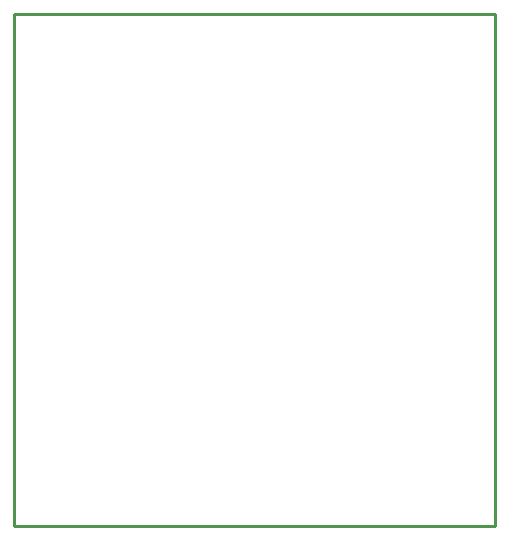
<source format=gko>
G04*
G04 #@! TF.GenerationSoftware,Altium Limited,Altium Designer,18.1.7 (191)*
G04*
G04 Layer_Color=16711935*
%FSLAX25Y25*%
%MOIN*%
G70*
G01*
G75*
%ADD10C,0.01000*%
D10*
X332000Y202500D02*
X492500D01*
Y373000D01*
X332000Y202500D02*
Y373000D01*
X492500D01*
M02*

</source>
